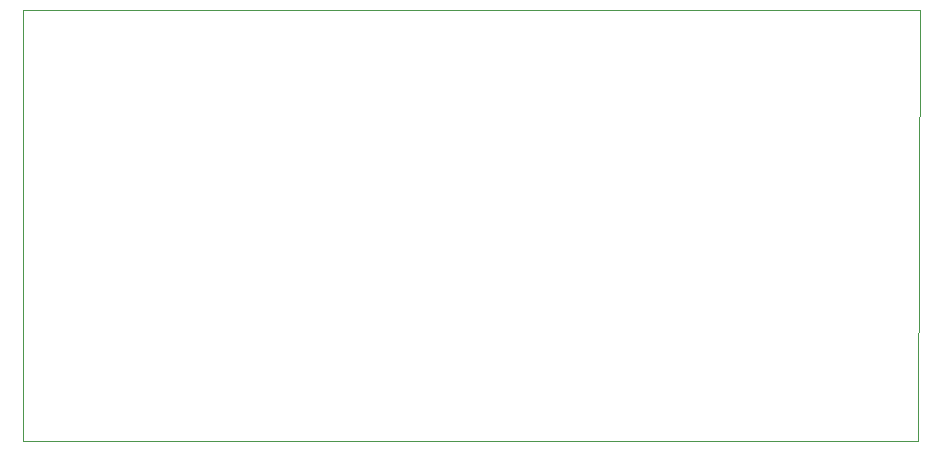
<source format=gbr>
%TF.GenerationSoftware,KiCad,Pcbnew,5.1.6+dfsg1-1*%
%TF.CreationDate,2021-01-11T22:17:59-08:00*%
%TF.ProjectId,high-current-sense-relay,68696768-2d63-4757-9272-656e742d7365,rev?*%
%TF.SameCoordinates,Original*%
%TF.FileFunction,Profile,NP*%
%FSLAX46Y46*%
G04 Gerber Fmt 4.6, Leading zero omitted, Abs format (unit mm)*
G04 Created by KiCad (PCBNEW 5.1.6+dfsg1-1) date 2021-01-11 22:17:59*
%MOMM*%
%LPD*%
G01*
G04 APERTURE LIST*
%TA.AperFunction,Profile*%
%ADD10C,0.050000*%
%TD*%
G04 APERTURE END LIST*
D10*
X102235000Y-51435000D02*
X102235000Y-14986000D01*
X178054000Y-51435000D02*
X102235000Y-51435000D01*
X178181000Y-14986000D02*
X178054000Y-51435000D01*
X102235000Y-14986000D02*
X178181000Y-14986000D01*
M02*

</source>
